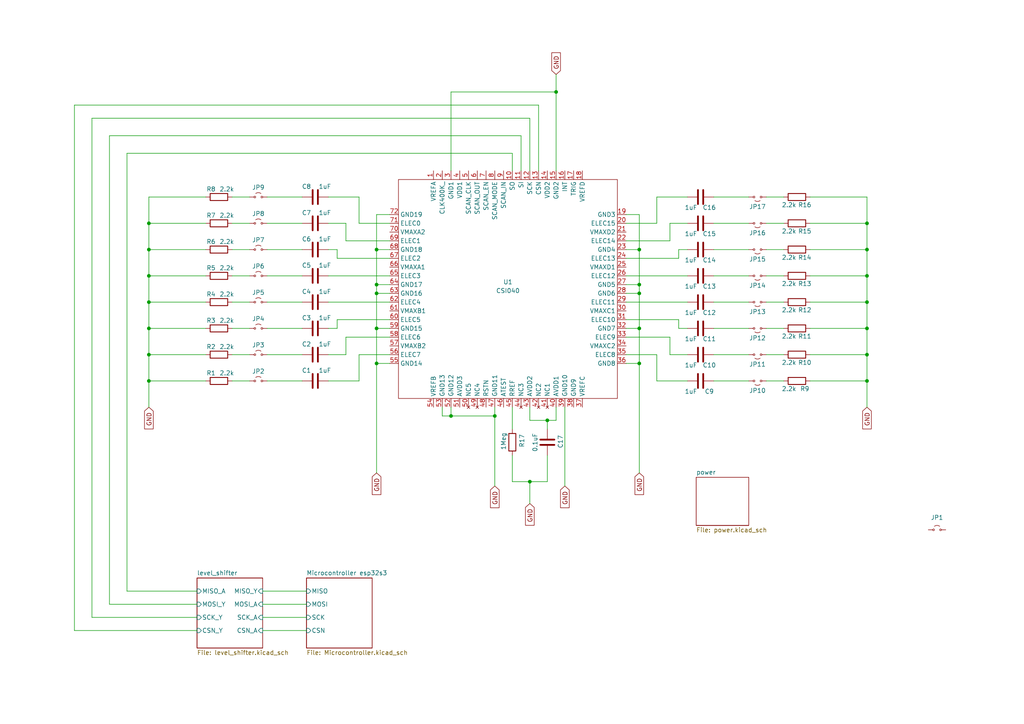
<source format=kicad_sch>
(kicad_sch (version 20231120) (generator "eeschema") (generator_version "8.0")
  (paper "A4")
  (lib_symbols
    (symbol "CSI040_stim:CSI040_Chip"
      (property "Reference" "U" (at 0 0 0))
      (property "Value" "CSI040" (at 0 -47.498 0))
      (symbol "CSI040_Chip_0_1"
        (rectangle (start -31.75 31.75) (end 31.75 -31.75))
      )
      (symbol "CSI040_Chip_1_1"
        (pin power_in line (at -21.59 34.29 270) (length 2.54) (name "VREFA") (number "1"))
        (pin output line (at 1.27 34.29 270) (length 2.54) (name "SO") (number "10"))
        (pin input line (at 3.81 34.29 270) (length 2.54) (name "SI") (number "11"))
        (pin input line (at 6.35 34.29 270) (length 2.54) (name "SCK") (number "12"))
        (pin input line (at 8.89 34.29 270) (length 2.54) (name "CSN") (number "13"))
        (pin power_in line (at 11.43 34.29 270) (length 2.54) (name "VDD2") (number "14"))
        (pin power_in line (at 13.97 34.29 270) (length 2.54) (name "GND2") (number "15"))
        (pin output line (at 16.51 34.29 270) (length 2.54) (name "INT") (number "16"))
        (pin input line (at 19.05 34.29 270) (length 2.54) (name "TRIG") (number "17"))
        (pin power_in line (at 21.59 34.29 270) (length 2.54) (name "VREFD") (number "18"))
        (pin power_in line (at 34.29 21.59 180) (length 2.54) (name "GND3") (number "19"))
        (pin input line (at -19.05 34.29 270) (length 2.54) (name "CLK400K_") (number "2"))
        (pin output line (at 34.29 19.05 180) (length 2.54) (name "ELEC15") (number "20"))
        (pin power_in line (at 34.29 16.51 180) (length 2.54) (name "VMAXD2") (number "21"))
        (pin output line (at 34.29 13.97 180) (length 2.54) (name "ELEC14") (number "22"))
        (pin power_in line (at 34.29 11.43 180) (length 2.54) (name "GND4") (number "23"))
        (pin output line (at 34.29 8.89 180) (length 2.54) (name "ELEC13") (number "24"))
        (pin power_in line (at 34.29 6.35 180) (length 2.54) (name "VMAXD1") (number "25"))
        (pin output line (at 34.29 3.81 180) (length 2.54) (name "ELEC12") (number "26"))
        (pin power_in line (at 34.29 1.27 180) (length 2.54) (name "GND5") (number "27"))
        (pin power_in line (at 34.29 -1.27 180) (length 2.54) (name "GND6") (number "28"))
        (pin output line (at 34.29 -3.81 180) (length 2.54) (name "ELEC11") (number "29"))
        (pin power_in line (at -16.51 34.29 270) (length 2.54) (name "GND1") (number "3"))
        (pin power_in line (at 34.29 -6.35 180) (length 2.54) (name "VMAXC1") (number "30"))
        (pin output line (at 34.29 -8.89 180) (length 2.54) (name "ELEC10") (number "31"))
        (pin power_in line (at 34.29 -11.43 180) (length 2.54) (name "GND7") (number "32"))
        (pin output line (at 34.29 -13.97 180) (length 2.54) (name "ELEC9") (number "33"))
        (pin power_in line (at 34.29 -16.51 180) (length 2.54) (name "VMAXC2") (number "34"))
        (pin output line (at 34.29 -19.05 180) (length 2.54) (name "ELEC8") (number "35"))
        (pin power_in line (at 34.29 -21.59 180) (length 2.54) (name "GND8") (number "36"))
        (pin power_in line (at 21.59 -34.29 90) (length 2.54) (name "VREFC") (number "37"))
        (pin power_in line (at 19.05 -34.29 90) (length 2.54) (name "GND9") (number "38"))
        (pin power_in line (at 16.51 -34.29 90) (length 2.54) (name "GND10") (number "39"))
        (pin power_in line (at -13.97 34.29 270) (length 2.54) (name "VDD1") (number "4"))
        (pin power_in line (at 13.97 -34.29 90) (length 2.54) (name "AVDD1") (number "40"))
        (pin no_connect line (at 11.43 -34.29 90) (length 2.54) (name "NC1") (number "41"))
        (pin no_connect line (at 8.89 -34.29 90) (length 2.54) (name "NC2") (number "42"))
        (pin power_in line (at 6.35 -34.29 90) (length 2.54) (name "AVDD2") (number "43"))
        (pin no_connect line (at 3.81 -34.29 90) (length 2.54) (name "NC3") (number "44"))
        (pin power_in line (at 1.27 -34.29 90) (length 2.54) (name "RREF") (number "45"))
        (pin output line (at -1.27 -34.29 90) (length 2.54) (name "ATEST") (number "46"))
        (pin power_in line (at -3.81 -34.29 90) (length 2.54) (name "GND11") (number "47"))
        (pin input line (at -6.35 -34.29 90) (length 2.54) (name "RSTN") (number "48"))
        (pin no_connect line (at -8.89 -34.29 90) (length 2.54) (name "NC4") (number "49"))
        (pin input line (at -11.43 34.29 270) (length 2.54) (name "SCAN_CLK") (number "5"))
        (pin no_connect line (at -11.43 -34.29 90) (length 2.54) (name "NC5") (number "50"))
        (pin power_in line (at -13.97 -34.29 90) (length 2.54) (name "AVDD3") (number "51"))
        (pin power_in line (at -16.51 -34.29 90) (length 2.54) (name "GND12") (number "52"))
        (pin power_in line (at -19.05 -34.29 90) (length 2.54) (name "GND13") (number "53"))
        (pin power_in line (at -21.59 -34.29 90) (length 2.54) (name "VREFB") (number "54"))
        (pin power_in line (at -34.29 -21.59 0) (length 2.54) (name "GND14") (number "55"))
        (pin output line (at -34.29 -19.05 0) (length 2.54) (name "ELEC7") (number "56"))
        (pin power_in line (at -34.29 -16.51 0) (length 2.54) (name "VMAXB2") (number "57"))
        (pin output line (at -34.29 -13.97 0) (length 2.54) (name "ELEC6") (number "58"))
        (pin power_in line (at -34.29 -11.43 0) (length 2.54) (name "GND15") (number "59"))
        (pin output line (at -8.89 34.29 270) (length 2.54) (name "SCAN_OUT") (number "6"))
        (pin output line (at -34.29 -8.89 0) (length 2.54) (name "ELEC5") (number "60"))
        (pin power_in line (at -34.29 -6.35 0) (length 2.54) (name "VMAXB1") (number "61"))
        (pin output line (at -34.29 -3.81 0) (length 2.54) (name "ELEC4") (number "62"))
        (pin power_in line (at -34.29 -1.27 0) (length 2.54) (name "GND16") (number "63"))
        (pin power_in line (at -34.29 1.27 0) (length 2.54) (name "GND17") (number "64"))
        (pin output line (at -34.29 3.81 0) (length 2.54) (name "ELEC3") (number "65"))
        (pin power_in line (at -34.29 6.35 0) (length 2.54) (name "VMAXA1") (number "66"))
        (pin output line (at -34.29 8.89 0) (length 2.54) (name "ELEC2") (number "67"))
        (pin power_in line (at -34.29 11.43 0) (length 2.54) (name "GND18") (number "68"))
        (pin output line (at -34.29 13.97 0) (length 2.54) (name "ELEC1") (number "69"))
        (pin input line (at -6.35 34.29 270) (length 2.54) (name "SCAN_EN") (number "7"))
        (pin power_in line (at -34.29 16.51 0) (length 2.54) (name "VMAXA2") (number "70"))
        (pin output line (at -34.29 19.05 0) (length 2.54) (name "ELEC0") (number "71"))
        (pin power_in line (at -34.29 21.59 0) (length 2.54) (name "GND19") (number "72"))
        (pin input line (at -3.81 34.29 270) (length 2.54) (name "SCAN_MODE") (number "8"))
        (pin input line (at -1.27 34.29 270) (length 2.54) (name "SCAN_IN") (number "9"))
      )
    )
    (symbol "Device:C" (pin_numbers hide) (pin_names (offset 0.254))
      (property "Reference" "C" (at 0.635 2.54 0))
      (property "Value" "C" (at 0.635 -2.54 0))
      (symbol "C_0_1"
        (polyline (pts (xy -2.032 -0.762) (xy 2.032 -0.762)) (stroke (width 0.508)))
        (polyline (pts (xy -2.032 0.762) (xy 2.032 0.762)) (stroke (width 0.508)))
      )
      (symbol "C_1_1"
        (pin passive line (at 0 3.81 270) (length 2.794) (name "~") (number "1"))
        (pin passive line (at 0 -3.81 90) (length 2.794) (name "~") (number "2"))
      )
    )
    (symbol "Device:R" (pin_numbers hide) (pin_names (offset 0))
      (property "Reference" "R" (at 2.032 0 90))
      (property "Value" "R" (at 0 0 90))
      (symbol "R_0_1"
        (rectangle (start -1.016 -2.54) (end 1.016 2.54) (stroke (width 0.254)))
      )
      (symbol "R_1_1"
        (pin passive line (at 0 3.81 270) (length 1.27) (name "~") (number "1"))
        (pin passive line (at 0 -3.81 90) (length 1.27) (name "~") (number "2"))
      )
    )
    (symbol "Jumper:Jumper_2_Small_Open" (pin_numbers hide) (pin_names (offset 0) hide) (exclude_from_sim yes)
      (property "Reference" "JP" (at 0 2.794 0))
      (property "Value" "Jumper_2_Small_Open" (at 0 -2.286 0))
      (symbol "Jumper_2_Small_Open_0_0"
        (circle (center -1.016 0) (radius 0.254))
        (circle (center 1.016 0) (radius 0.254))
      )
      (symbol "Jumper_2_Small_Open_0_1"
        (arc (start 0.762 1.0196) (mid 0 1.2729) (end -0.762 1.0196))
      )
      (symbol "Jumper_2_Small_Open_1_1"
        (pin passive line (at -2.54 0 0) (length 1.27) (name "A") (number "1"))
        (pin passive line (at 2.54 0 180) (length 1.27) (name "B") (number "2"))
      )
    )
  )
  (junction (at 43.18 64.77))
  (junction (at 43.18 87.63))
  (junction (at 130.81 120.65))
  (junction (at 185.42 85.09))
  (junction (at 251.46 80.01))
  (junction (at 251.46 110.49))
  (junction (at 185.42 72.39))
  (junction (at 43.18 110.49))
  (junction (at 109.22 105.41))
  (junction (at 185.42 95.25))
  (junction (at 251.46 95.25))
  (junction (at 43.18 72.39))
  (junction (at 143.51 120.65))
  (junction (at 109.22 72.39))
  (junction (at 251.46 72.39))
  (junction (at 158.75 121.92))
  (junction (at 251.46 102.87))
  (junction (at 251.46 64.77))
  (junction (at 109.22 85.09))
  (junction (at 161.29 26.67))
  (junction (at 43.18 80.01))
  (junction (at 251.46 87.63))
  (junction (at 109.22 95.25))
  (junction (at 185.42 105.41))
  (junction (at 153.67 139.7))
  (junction (at 43.18 95.25))
  (junction (at 185.42 82.55))
  (junction (at 43.18 102.87))
  (junction (at 109.22 82.55))
  (wire (pts (xy 234.95 57.15) (xy 251.46 57.15)))
  (wire (pts (xy 43.18 80.01) (xy 43.18 87.63)))
  (wire (pts (xy 196.85 95.25) (xy 196.85 92.71)))
  (wire (pts (xy 77.47 95.25) (xy 87.63 95.25)))
  (wire (pts (xy 153.67 34.29) (xy 153.67 49.53)))
  (wire (pts (xy 43.18 72.39) (xy 59.69 72.39)))
  (wire (pts (xy 227.33 102.87) (xy 222.25 102.87)))
  (wire (pts (xy 109.22 72.39) (xy 109.22 82.55)))
  (wire (pts (xy 31.75 175.26) (xy 57.15 175.26)))
  (wire (pts (xy 234.95 80.01) (xy 251.46 80.01)))
  (wire (pts (xy 109.22 82.55) (xy 113.03 82.55)))
  (wire (pts (xy 36.83 171.45) (xy 36.83 44.45)))
  (wire (pts (xy 130.81 26.67) (xy 161.29 26.67)))
  (wire (pts (xy 234.95 72.39) (xy 251.46 72.39)))
  (wire (pts (xy 95.25 80.01) (xy 113.03 80.01)))
  (wire (pts (xy 161.29 118.11) (xy 161.29 121.92)))
  (wire (pts (xy 148.59 139.7) (xy 153.67 139.7)))
  (wire (pts (xy 100.33 64.77) (xy 100.33 69.85)))
  (wire (pts (xy 67.31 102.87) (xy 72.39 102.87)))
  (wire (pts (xy 161.29 26.67) (xy 161.29 49.53)))
  (wire (pts (xy 77.47 102.87) (xy 87.63 102.87)))
  (wire (pts (xy 43.18 110.49) (xy 59.69 110.49)))
  (wire (pts (xy 128.27 118.11) (xy 128.27 120.65)))
  (wire (pts (xy 77.47 110.49) (xy 87.63 110.49)))
  (wire (pts (xy 151.13 39.37) (xy 151.13 49.53)))
  (wire (pts (xy 95.25 72.39) (xy 97.79 72.39)))
  (wire (pts (xy 199.39 80.01) (xy 181.61 80.01)))
  (wire (pts (xy 194.31 102.87) (xy 194.31 97.79)))
  (wire (pts (xy 217.17 102.87) (xy 207.01 102.87)))
  (wire (pts (xy 181.61 85.09) (xy 185.42 85.09)))
  (wire (pts (xy 113.03 62.23) (xy 109.22 62.23)))
  (wire (pts (xy 143.51 120.65) (xy 143.51 140.97)))
  (wire (pts (xy 67.31 57.15) (xy 72.39 57.15)))
  (wire (pts (xy 77.47 64.77) (xy 87.63 64.77)))
  (wire (pts (xy 227.33 87.63) (xy 222.25 87.63)))
  (wire (pts (xy 234.95 87.63) (xy 251.46 87.63)))
  (wire (pts (xy 109.22 85.09) (xy 109.22 95.25)))
  (wire (pts (xy 109.22 105.41) (xy 109.22 137.16)))
  (wire (pts (xy 196.85 72.39) (xy 196.85 74.93)))
  (wire (pts (xy 158.75 121.92) (xy 161.29 121.92)))
  (wire (pts (xy 43.18 102.87) (xy 59.69 102.87)))
  (wire (pts (xy 185.42 72.39) (xy 185.42 82.55)))
  (wire (pts (xy 199.39 87.63) (xy 181.61 87.63)))
  (wire (pts (xy 57.15 179.07) (xy 26.67 179.07)))
  (wire (pts (xy 196.85 74.93) (xy 181.61 74.93)))
  (wire (pts (xy 43.18 87.63) (xy 43.18 95.25)))
  (wire (pts (xy 26.67 34.29) (xy 26.67 179.07)))
  (wire (pts (xy 217.17 95.25) (xy 207.01 95.25)))
  (wire (pts (xy 158.75 124.46) (xy 158.75 121.92)))
  (wire (pts (xy 199.39 102.87) (xy 194.31 102.87)))
  (wire (pts (xy 43.18 64.77) (xy 59.69 64.77)))
  (wire (pts (xy 251.46 64.77) (xy 251.46 72.39)))
  (wire (pts (xy 234.95 95.25) (xy 251.46 95.25)))
  (wire (pts (xy 190.5 57.15) (xy 190.5 64.77)))
  (wire (pts (xy 181.61 82.55) (xy 185.42 82.55)))
  (wire (pts (xy 185.42 85.09) (xy 185.42 95.25)))
  (wire (pts (xy 43.18 95.25) (xy 59.69 95.25)))
  (wire (pts (xy 148.59 44.45) (xy 148.59 49.53)))
  (wire (pts (xy 199.39 110.49) (xy 190.5 110.49)))
  (wire (pts (xy 196.85 92.71) (xy 181.61 92.71)))
  (wire (pts (xy 217.17 64.77) (xy 207.01 64.77)))
  (wire (pts (xy 100.33 69.85) (xy 113.03 69.85)))
  (wire (pts (xy 77.47 72.39) (xy 87.63 72.39)))
  (wire (pts (xy 227.33 72.39) (xy 222.25 72.39)))
  (wire (pts (xy 100.33 102.87) (xy 100.33 97.79)))
  (wire (pts (xy 217.17 110.49) (xy 207.01 110.49)))
  (wire (pts (xy 161.29 21.59) (xy 161.29 26.67)))
  (wire (pts (xy 194.31 64.77) (xy 194.31 69.85)))
  (wire (pts (xy 234.95 102.87) (xy 251.46 102.87)))
  (wire (pts (xy 251.46 57.15) (xy 251.46 64.77)))
  (wire (pts (xy 148.59 118.11) (xy 148.59 124.46)))
  (wire (pts (xy 43.18 95.25) (xy 43.18 102.87)))
  (wire (pts (xy 190.5 102.87) (xy 181.61 102.87)))
  (wire (pts (xy 163.83 118.11) (xy 163.83 140.97)))
  (wire (pts (xy 67.31 87.63) (xy 72.39 87.63)))
  (wire (pts (xy 148.59 132.08) (xy 148.59 139.7)))
  (wire (pts (xy 130.81 49.53) (xy 130.81 26.67)))
  (wire (pts (xy 181.61 105.41) (xy 185.42 105.41)))
  (wire (pts (xy 76.2 182.88) (xy 88.9 182.88)))
  (wire (pts (xy 97.79 74.93) (xy 113.03 74.93)))
  (wire (pts (xy 199.39 95.25) (xy 196.85 95.25)))
  (wire (pts (xy 95.25 102.87) (xy 100.33 102.87)))
  (wire (pts (xy 251.46 80.01) (xy 251.46 87.63)))
  (wire (pts (xy 100.33 97.79) (xy 113.03 97.79)))
  (wire (pts (xy 158.75 139.7) (xy 158.75 132.08)))
  (wire (pts (xy 185.42 62.23) (xy 185.42 72.39)))
  (wire (pts (xy 43.18 64.77) (xy 43.18 72.39)))
  (wire (pts (xy 156.21 30.48) (xy 156.21 49.53)))
  (wire (pts (xy 43.18 72.39) (xy 43.18 80.01)))
  (wire (pts (xy 76.2 171.45) (xy 88.9 171.45)))
  (wire (pts (xy 227.33 57.15) (xy 222.25 57.15)))
  (wire (pts (xy 26.67 34.29) (xy 153.67 34.29)))
  (wire (pts (xy 77.47 80.01) (xy 87.63 80.01)))
  (wire (pts (xy 181.61 95.25) (xy 185.42 95.25)))
  (wire (pts (xy 77.47 57.15) (xy 87.63 57.15)))
  (wire (pts (xy 190.5 64.77) (xy 181.61 64.77)))
  (wire (pts (xy 109.22 95.25) (xy 113.03 95.25)))
  (wire (pts (xy 227.33 80.01) (xy 222.25 80.01)))
  (wire (pts (xy 185.42 105.41) (xy 185.42 137.16)))
  (wire (pts (xy 130.81 120.65) (xy 143.51 120.65)))
  (wire (pts (xy 43.18 80.01) (xy 59.69 80.01)))
  (wire (pts (xy 109.22 105.41) (xy 113.03 105.41)))
  (wire (pts (xy 95.25 95.25) (xy 97.79 95.25)))
  (wire (pts (xy 97.79 92.71) (xy 113.03 92.71)))
  (wire (pts (xy 158.75 121.92) (xy 153.67 121.92)))
  (wire (pts (xy 109.22 82.55) (xy 109.22 85.09)))
  (wire (pts (xy 251.46 72.39) (xy 251.46 80.01)))
  (wire (pts (xy 227.33 95.25) (xy 222.25 95.25)))
  (wire (pts (xy 199.39 72.39) (xy 196.85 72.39)))
  (wire (pts (xy 95.25 87.63) (xy 113.03 87.63)))
  (wire (pts (xy 185.42 82.55) (xy 185.42 85.09)))
  (wire (pts (xy 181.61 72.39) (xy 185.42 72.39)))
  (wire (pts (xy 199.39 64.77) (xy 194.31 64.77)))
  (wire (pts (xy 251.46 110.49) (xy 251.46 118.11)))
  (wire (pts (xy 109.22 62.23) (xy 109.22 72.39)))
  (wire (pts (xy 67.31 95.25) (xy 72.39 95.25)))
  (wire (pts (xy 104.14 64.77) (xy 113.03 64.77)))
  (wire (pts (xy 153.67 139.7) (xy 158.75 139.7)))
  (wire (pts (xy 251.46 95.25) (xy 251.46 102.87)))
  (wire (pts (xy 104.14 110.49) (xy 104.14 102.87)))
  (wire (pts (xy 21.59 30.48) (xy 156.21 30.48)))
  (wire (pts (xy 190.5 110.49) (xy 190.5 102.87)))
  (wire (pts (xy 95.25 57.15) (xy 104.14 57.15)))
  (wire (pts (xy 21.59 182.88) (xy 21.59 30.48)))
  (wire (pts (xy 217.17 80.01) (xy 207.01 80.01)))
  (wire (pts (xy 77.47 87.63) (xy 87.63 87.63)))
  (wire (pts (xy 104.14 57.15) (xy 104.14 64.77)))
  (wire (pts (xy 234.95 110.49) (xy 251.46 110.49)))
  (wire (pts (xy 67.31 72.39) (xy 72.39 72.39)))
  (wire (pts (xy 234.95 64.77) (xy 251.46 64.77)))
  (wire (pts (xy 143.51 118.11) (xy 143.51 120.65)))
  (wire (pts (xy 194.31 97.79) (xy 181.61 97.79)))
  (wire (pts (xy 104.14 102.87) (xy 113.03 102.87)))
  (wire (pts (xy 59.69 57.15) (xy 43.18 57.15)))
  (wire (pts (xy 251.46 87.63) (xy 251.46 95.25)))
  (wire (pts (xy 31.75 39.37) (xy 151.13 39.37)))
  (wire (pts (xy 43.18 102.87) (xy 43.18 110.49)))
  (wire (pts (xy 109.22 95.25) (xy 109.22 105.41)))
  (wire (pts (xy 97.79 72.39) (xy 97.79 74.93)))
  (wire (pts (xy 153.67 118.11) (xy 153.67 121.92)))
  (wire (pts (xy 251.46 102.87) (xy 251.46 110.49)))
  (wire (pts (xy 43.18 110.49) (xy 43.18 118.11)))
  (wire (pts (xy 217.17 72.39) (xy 207.01 72.39)))
  (wire (pts (xy 36.83 171.45) (xy 57.15 171.45)))
  (wire (pts (xy 217.17 57.15) (xy 207.01 57.15)))
  (wire (pts (xy 130.81 118.11) (xy 130.81 120.65)))
  (wire (pts (xy 43.18 57.15) (xy 43.18 64.77)))
  (wire (pts (xy 199.39 57.15) (xy 190.5 57.15)))
  (wire (pts (xy 97.79 95.25) (xy 97.79 92.71)))
  (wire (pts (xy 181.61 62.23) (xy 185.42 62.23)))
  (wire (pts (xy 95.25 64.77) (xy 100.33 64.77)))
  (wire (pts (xy 76.2 175.26) (xy 88.9 175.26)))
  (wire (pts (xy 95.25 110.49) (xy 104.14 110.49)))
  (wire (pts (xy 227.33 64.77) (xy 222.25 64.77)))
  (wire (pts (xy 76.2 179.07) (xy 88.9 179.07)))
  (wire (pts (xy 43.18 87.63) (xy 59.69 87.63)))
  (wire (pts (xy 31.75 175.26) (xy 31.75 39.37)))
  (wire (pts (xy 109.22 85.09) (xy 113.03 85.09)))
  (wire (pts (xy 109.22 72.39) (xy 113.03 72.39)))
  (wire (pts (xy 194.31 69.85) (xy 181.61 69.85)))
  (wire (pts (xy 36.83 44.45) (xy 148.59 44.45)))
  (wire (pts (xy 128.27 120.65) (xy 130.81 120.65)))
  (wire (pts (xy 153.67 139.7) (xy 153.67 146.05)))
  (wire (pts (xy 185.42 95.25) (xy 185.42 105.41)))
  (wire (pts (xy 227.33 110.49) (xy 222.25 110.49)))
  (wire (pts (xy 67.31 110.49) (xy 72.39 110.49)))
  (wire (pts (xy 21.59 182.88) (xy 57.15 182.88)))
  (wire (pts (xy 67.31 64.77) (xy 72.39 64.77)))
  (wire (pts (xy 217.17 87.63) (xy 207.01 87.63)))
  (wire (pts (xy 67.31 80.01) (xy 72.39 80.01)))
  (global_label "GND" (shape input) (at 251.46 118.11 270) (property "Intersheetrefs" "${INTERSHEET_REFS}" (effects (hide yes))))
  (global_label "GND" (shape input) (at 109.22 137.16 270) (property "Intersheetrefs" "${INTERSHEET_REFS}" (effects (hide yes))))
  (global_label "GND" (shape input) (at 143.51 140.97 270) (property "Intersheetrefs" "${INTERSHEET_REFS}" (effects (hide yes))))
  (global_label "GND" (shape input) (at 163.83 140.97 270) (property "Intersheetrefs" "${INTERSHEET_REFS}" (effects (hide yes))))
  (global_label "GND" (shape input) (at 185.42 137.16 270) (property "Intersheetrefs" "${INTERSHEET_REFS}" (effects (hide yes))))
  (global_label "GND" (shape input) (at 153.67 146.05 270) (property "Intersheetrefs" "${INTERSHEET_REFS}" (effects (hide yes))))
  (global_label "GND" (shape input) (at 161.29 21.59 90) (property "Intersheetrefs" "${INTERSHEET_REFS}" (effects (hide yes))))
  (global_label "GND" (shape input) (at 43.18 118.11 270) (property "Intersheetrefs" "${INTERSHEET_REFS}" (effects (hide yes))))
  (symbol (lib_id "CSI040_stim:CSI040_Chip") (at 147.32 83.82 0) (unit 1)
    (property "Reference" "U1" (at 147.32 81.788 0))
    (property "Value" "CSI040" (at 147.32 84.328 0))
  )
  (symbol (lib_id "Jumper:Jumper_2_Small_Open") (at 219.71 72.39 180) (unit 1) (exclude_from_sim yes)
    (property "Reference" "JP15" (at 219.71 75.184 0))
    (property "Value" "Jumper_2_Small_Open" (effects (hide yes)))
    (property "Description" "Jumper, 2-pole, small symbol, open" (effects (hide yes)))
  )
  (symbol (lib_id "Device:R") (at 63.5 64.77 90) (unit 1)
    (property "Reference" "R7" (at 61.214 62.484 90))
    (property "Value" "2.2k" (at 65.786 62.484 90))
    (property "Description" "Resistor" (effects (hide yes)))
  )
  (symbol (lib_id "Jumper:Jumper_2_Small_Open") (at 74.93 102.87 0) (unit 1) (exclude_from_sim yes)
    (property "Reference" "JP3" (at 74.93 100.076 0))
    (property "Value" "Jumper_2_Small_Open" (effects (hide yes)))
    (property "Description" "Jumper, 2-pole, small symbol, open" (effects (hide yes)))
  )
  (symbol (lib_id "Device:C") (at 91.44 72.39 90) (unit 1)
    (property "Reference" "C6" (at 88.9 69.342 90))
    (property "Value" "1uF" (at 94.234 69.342 90))
    (property "Description" "Unpolarized capacitor" (effects (hide yes)))
  )
  (symbol (lib_id "Device:R") (at 63.5 72.39 90) (unit 1)
    (property "Reference" "R6" (at 61.214 70.104 90))
    (property "Value" "2.2k" (at 65.786 70.104 90))
    (property "Description" "Resistor" (effects (hide yes)))
  )
  (symbol (lib_id "Device:C") (at 203.2 102.87 270) (unit 1)
    (property "Reference" "C10" (at 205.74 105.918 90))
    (property "Value" "1uF" (at 200.406 105.918 90))
    (property "Description" "Unpolarized capacitor" (effects (hide yes)))
  )
  (symbol (lib_id "Device:C") (at 91.44 57.15 90) (unit 1)
    (property "Reference" "C8" (at 88.9 54.102 90))
    (property "Value" "1uF" (at 94.234 54.102 90))
    (property "Description" "Unpolarized capacitor" (effects (hide yes)))
  )
  (symbol (lib_id "Device:R") (at 63.5 57.15 90) (unit 1)
    (property "Reference" "R8" (at 61.214 54.864 90))
    (property "Value" "2.2k" (at 65.786 54.864 90))
    (property "Description" "Resistor" (effects (hide yes)))
  )
  (symbol (lib_id "Jumper:Jumper_2_Small_Open") (at 74.93 95.25 0) (unit 1) (exclude_from_sim yes)
    (property "Reference" "JP4" (at 74.93 92.456 0))
    (property "Value" "Jumper_2_Small_Open" (effects (hide yes)))
    (property "Description" "Jumper, 2-pole, small symbol, open" (effects (hide yes)))
  )
  (symbol (lib_id "Jumper:Jumper_2_Small_Open") (at 219.71 80.01 180) (unit 1) (exclude_from_sim yes)
    (property "Reference" "JP14" (at 219.71 82.804 0))
    (property "Value" "Jumper_2_Small_Open" (effects (hide yes)))
    (property "Description" "Jumper, 2-pole, small symbol, open" (effects (hide yes)))
  )
  (symbol (lib_id "Device:C") (at 158.75 128.27 0) (unit 1)
    (property "Reference" "C17" (at 162.56 130.048 90) (effects (justify left)))
    (property "Value" "0.1uF" (at 155.194 131.064 90) (effects (justify left)))
    (property "Description" "Unpolarized capacitor" (effects (hide yes)))
  )
  (symbol (lib_id "Device:C") (at 91.44 110.49 90) (unit 1)
    (property "Reference" "C1" (at 88.9 107.442 90))
    (property "Value" "1uF" (at 94.234 107.442 90))
    (property "Description" "Unpolarized capacitor" (effects (hide yes)))
  )
  (symbol (lib_id "Device:R") (at 231.14 102.87 270) (unit 1)
    (property "Reference" "R10" (at 233.426 105.156 90))
    (property "Value" "2.2k" (at 228.854 105.156 90))
    (property "Description" "Resistor" (effects (hide yes)))
  )
  (symbol (lib_id "Jumper:Jumper_2_Small_Open") (at 74.93 87.63 0) (unit 1) (exclude_from_sim yes)
    (property "Reference" "JP5" (at 74.93 84.836 0))
    (property "Value" "Jumper_2_Small_Open" (effects (hide yes)))
    (property "Description" "Jumper, 2-pole, small symbol, open" (effects (hide yes)))
  )
  (symbol (lib_id "Jumper:Jumper_2_Small_Open") (at 74.93 72.39 0) (unit 1) (exclude_from_sim yes)
    (property "Reference" "JP7" (at 74.93 69.596 0))
    (property "Value" "Jumper_2_Small_Open" (effects (hide yes)))
    (property "Description" "Jumper, 2-pole, small symbol, open" (effects (hide yes)))
  )
  (symbol (lib_id "Device:C") (at 203.2 80.01 270) (unit 1)
    (property "Reference" "C13" (at 205.74 83.058 90))
    (property "Value" "1uF" (at 200.406 83.058 90))
    (property "Description" "Unpolarized capacitor" (effects (hide yes)))
  )
  (symbol (lib_id "Device:R") (at 231.14 80.01 270) (unit 1)
    (property "Reference" "R13" (at 233.426 82.296 90))
    (property "Value" "2.2k" (at 228.854 82.296 90))
    (property "Description" "Resistor" (effects (hide yes)))
  )
  (symbol (lib_id "Device:C") (at 203.2 57.15 270) (unit 1)
    (property "Reference" "C16" (at 205.74 60.198 90))
    (property "Value" "1uF" (at 200.406 60.198 90))
    (property "Description" "Unpolarized capacitor" (effects (hide yes)))
  )
  (symbol (lib_id "Device:C") (at 91.44 95.25 90) (unit 1)
    (property "Reference" "C3" (at 88.9 92.202 90))
    (property "Value" "1uF" (at 94.234 92.202 90))
    (property "Description" "Unpolarized capacitor" (effects (hide yes)))
  )
  (symbol (lib_id "Device:C") (at 203.2 64.77 270) (unit 1)
    (property "Reference" "C15" (at 205.74 67.818 90))
    (property "Value" "1uF" (at 200.406 67.818 90))
    (property "Description" "Unpolarized capacitor" (effects (hide yes)))
  )
  (symbol (lib_id "Device:R") (at 63.5 102.87 90) (unit 1)
    (property "Reference" "R2" (at 61.214 100.584 90))
    (property "Value" "2.2k" (at 65.786 100.584 90))
    (property "Description" "Resistor" (effects (hide yes)))
  )
  (symbol (lib_id "Device:C") (at 203.2 110.49 270) (unit 1)
    (property "Reference" "C9" (at 205.74 113.538 90))
    (property "Value" "1uF" (at 200.406 113.538 90))
    (property "Description" "Unpolarized capacitor" (effects (hide yes)))
  )
  (symbol (lib_id "Jumper:Jumper_2_Small_Open") (at 74.93 64.77 0) (unit 1) (exclude_from_sim yes)
    (property "Reference" "JP8" (at 74.93 61.976 0))
    (property "Value" "Jumper_2_Small_Open" (effects (hide yes)))
    (property "Description" "Jumper, 2-pole, small symbol, open" (effects (hide yes)))
  )
  (symbol (lib_id "Jumper:Jumper_2_Small_Open") (at 219.71 110.49 180) (unit 1) (exclude_from_sim yes)
    (property "Reference" "JP10" (at 219.71 113.284 0))
    (property "Value" "Jumper_2_Small_Open" (effects (hide yes)))
    (property "Description" "Jumper, 2-pole, small symbol, open" (effects (hide yes)))
  )
  (symbol (lib_id "Jumper:Jumper_2_Small_Open") (at 219.71 57.15 180) (unit 1) (exclude_from_sim yes)
    (property "Reference" "JP17" (at 219.71 59.944 0))
    (property "Value" "Jumper_2_Small_Open" (effects (hide yes)))
    (property "Description" "Jumper, 2-pole, small symbol, open" (effects (hide yes)))
  )
  (symbol (lib_id "Device:C") (at 203.2 72.39 270) (unit 1)
    (property "Reference" "C14" (at 205.74 75.438 90))
    (property "Value" "1uF" (at 200.406 75.438 90))
    (property "Description" "Unpolarized capacitor" (effects (hide yes)))
  )
  (symbol (lib_id "Jumper:Jumper_2_Small_Open") (at 271.78 153.67 0) (unit 1) (exclude_from_sim yes)
    (property "Reference" "JP1" (at 271.78 150.114 0))
    (property "Value" "Jumper_2_Small_Open" (effects (hide yes)))
    (property "Description" "Jumper, 2-pole, small symbol, open" (effects (hide yes)))
  )
  (symbol (lib_id "Device:R") (at 231.14 57.15 270) (unit 1)
    (property "Reference" "R16" (at 233.426 59.436 90))
    (property "Value" "2.2k" (at 228.854 59.436 90))
    (property "Description" "Resistor" (effects (hide yes)))
  )
  (symbol (lib_id "Device:C") (at 91.44 87.63 90) (unit 1)
    (property "Reference" "C4" (at 88.9 84.582 90))
    (property "Value" "1uF" (at 94.234 84.582 90))
    (property "Description" "Unpolarized capacitor" (effects (hide yes)))
  )
  (symbol (lib_id "Jumper:Jumper_2_Small_Open") (at 74.93 57.15 0) (unit 1) (exclude_from_sim yes)
    (property "Reference" "JP9" (at 74.93 54.356 0))
    (property "Value" "Jumper_2_Small_Open" (effects (hide yes)))
    (property "Description" "Jumper, 2-pole, small symbol, open" (effects (hide yes)))
  )
  (symbol (lib_id "Jumper:Jumper_2_Small_Open") (at 74.93 80.01 0) (unit 1) (exclude_from_sim yes)
    (property "Reference" "JP6" (at 74.93 77.216 0))
    (property "Value" "Jumper_2_Small_Open" (effects (hide yes)))
    (property "Description" "Jumper, 2-pole, small symbol, open" (effects (hide yes)))
  )
  (symbol (lib_id "Device:R") (at 231.14 64.77 270) (unit 1)
    (property "Reference" "R15" (at 233.426 67.056 90))
    (property "Value" "2.2k" (at 228.854 67.056 90))
    (property "Description" "Resistor" (effects (hide yes)))
  )
  (symbol (lib_id "Jumper:Jumper_2_Small_Open") (at 219.71 87.63 180) (unit 1) (exclude_from_sim yes)
    (property "Reference" "JP13" (at 219.71 90.424 0))
    (property "Value" "Jumper_2_Small_Open" (effects (hide yes)))
    (property "Description" "Jumper, 2-pole, small symbol, open" (effects (hide yes)))
  )
  (symbol (lib_id "Jumper:Jumper_2_Small_Open") (at 219.71 64.77 180) (unit 1) (exclude_from_sim yes)
    (property "Reference" "JP16" (at 219.71 67.564 0))
    (property "Value" "Jumper_2_Small_Open" (effects (hide yes)))
    (property "Description" "Jumper, 2-pole, small symbol, open" (effects (hide yes)))
  )
  (symbol (lib_id "Device:R") (at 63.5 87.63 90) (unit 1)
    (property "Reference" "R4" (at 61.214 85.344 90))
    (property "Value" "2.2k" (at 65.786 85.344 90))
    (property "Description" "Resistor" (effects (hide yes)))
  )
  (symbol (lib_id "Device:C") (at 91.44 64.77 90) (unit 1)
    (property "Reference" "C7" (at 88.9 61.722 90))
    (property "Value" "1uF" (at 94.234 61.722 90))
    (property "Description" "Unpolarized capacitor" (effects (hide yes)))
  )
  (symbol (lib_id "Device:R") (at 63.5 80.01 90) (unit 1)
    (property "Reference" "R5" (at 61.214 77.724 90))
    (property "Value" "2.2k" (at 65.786 77.724 90))
    (property "Description" "Resistor" (effects (hide yes)))
  )
  (symbol (lib_id "Device:R") (at 231.14 95.25 270) (unit 1)
    (property "Reference" "R11" (at 233.426 97.536 90))
    (property "Value" "2.2k" (at 228.854 97.536 90))
    (property "Description" "Resistor" (effects (hide yes)))
  )
  (symbol (lib_id "Device:R") (at 148.59 128.27 0) (unit 1)
    (property "Reference" "R17" (at 151.384 129.794 90) (effects (justify left)))
    (property "Value" "1Meg" (at 146.05 130.556 90) (effects (justify left)))
    (property "Description" "Resistor" (effects (hide yes)))
  )
  (symbol (lib_id "Device:R") (at 231.14 72.39 270) (unit 1)
    (property "Reference" "R14" (at 233.426 74.676 90))
    (property "Value" "2.2k" (at 228.854 74.676 90))
    (property "Description" "Resistor" (effects (hide yes)))
  )
  (symbol (lib_id "Device:R") (at 231.14 87.63 270) (unit 1)
    (property "Reference" "R12" (at 233.426 89.916 90))
    (property "Value" "2.2k" (at 228.854 89.916 90))
    (property "Description" "Resistor" (effects (hide yes)))
  )
  (symbol (lib_id "Device:C") (at 91.44 80.01 90) (unit 1)
    (property "Reference" "C5" (at 88.9 76.962 90))
    (property "Value" "1uF" (at 94.234 76.962 90))
    (property "Description" "Unpolarized capacitor" (effects (hide yes)))
  )
  (symbol (lib_id "Jumper:Jumper_2_Small_Open") (at 219.71 102.87 180) (unit 1) (exclude_from_sim yes)
    (property "Reference" "JP11" (at 219.71 105.664 0))
    (property "Value" "Jumper_2_Small_Open" (effects (hide yes)))
    (property "Description" "Jumper, 2-pole, small symbol, open" (effects (hide yes)))
  )
  (symbol (lib_id "Device:R") (at 63.5 110.49 90) (unit 1)
    (property "Reference" "R1" (at 61.214 108.204 90))
    (property "Value" "2.2k" (at 65.786 108.204 90))
    (property "Description" "Resistor" (effects (hide yes)))
  )
  (symbol (lib_id "Device:R") (at 231.14 110.49 270) (unit 1)
    (property "Reference" "R9" (at 233.426 112.776 90))
    (property "Value" "2.2k" (at 228.854 112.776 90))
    (property "Description" "Resistor" (effects (hide yes)))
  )
  (symbol (lib_id "Jumper:Jumper_2_Small_Open") (at 219.71 95.25 180) (unit 1) (exclude_from_sim yes)
    (property "Reference" "JP12" (at 219.71 98.044 0))
    (property "Value" "Jumper_2_Small_Open" (effects (hide yes)))
    (property "Description" "Jumper, 2-pole, small symbol, open" (effects (hide yes)))
  )
  (symbol (lib_id "Device:R") (at 63.5 95.25 90) (unit 1)
    (property "Reference" "R3" (at 61.214 92.964 90))
    (property "Value" "2.2k" (at 65.786 92.964 90))
    (property "Description" "Resistor" (effects (hide yes)))
  )
  (symbol (lib_id "Device:C") (at 91.44 102.87 90) (unit 1)
    (property "Reference" "C2" (at 88.9 99.822 90))
    (property "Value" "1uF" (at 94.234 99.822 90))
    (property "Description" "Unpolarized capacitor" (effects (hide yes)))
  )
  (symbol (lib_id "Device:C") (at 203.2 95.25 270) (unit 1)
    (property "Reference" "C11" (at 205.74 98.298 90))
    (property "Value" "1uF" (at 200.406 98.298 90))
    (property "Description" "Unpolarized capacitor" (effects (hide yes)))
  )
  (symbol (lib_id "Device:C") (at 203.2 87.63 270) (unit 1)
    (property "Reference" "C12" (at 205.74 90.678 90))
    (property "Value" "1uF" (at 200.406 90.678 90))
    (property "Description" "Unpolarized capacitor" (effects (hide yes)))
  )
  (symbol (lib_id "Jumper:Jumper_2_Small_Open") (at 74.93 110.49 0) (unit 1) (exclude_from_sim yes)
    (property "Reference" "JP2" (at 74.93 107.696 0))
    (property "Value" "Jumper_2_Small_Open" (effects (hide yes)))
    (property "Description" "Jumper, 2-pole, small symbol, open" (effects (hide yes)))
  )
  (sheet (at 201.93 138.43) (size 15.24 13.97) (stroke (width 0.1524))
    (property "Sheetname" "power" (at 201.93 137.7184 0) (effects (justify left bottom)))
    (property "Sheetfile" "power.kicad_sch" (at 201.93 152.9846 0) (effects (justify left top)))
  )
  (sheet (at 88.9 167.64) (size 19.05 20.32) (stroke (width 0.1524))
    (property "Sheetname" "Microcontroller esp32s3" (at 88.9 166.9284 0) (effects (justify left bottom)))
    (property "Sheetfile" "Microcontroller.kicad_sch" (at 88.9 188.5446 0) (effects (justify left top)))
    (pin "MOSI" input (at 88.9 175.26 180))
    (pin "MISO" input (at 88.9 171.45 180))
    (pin "SCK" input (at 88.9 179.07 180))
    (pin "CSN" input (at 88.9 182.88 180))
  )
  (sheet (at 57.15 167.64) (size 19.05 20.32) (stroke (width 0.1524))
    (property "Sheetname" "level_shifter" (at 57.15 166.9284 0) (effects (justify left bottom)))
    (property "Sheetfile" "level_shifter.kicad_sch" (at 57.15 188.5446 0) (effects (justify left top)))
    (pin "MISO_Y" input (at 76.2 171.45 0))
    (pin "MISO_A" input (at 57.15 171.45 180))
    (pin "MOSI_Y" input (at 57.15 175.26 180))
    (pin "MOSI_A" input (at 76.2 175.26 0))
    (pin "CSN_A" input (at 76.2 182.88 0))
    (pin "SCK_A" input (at 76.2 179.07 0))
    (pin "SCK_Y" input (at 57.15 179.07 180))
    (pin "CSN_Y" input (at 57.15 182.88 180))
  )
)
</source>
